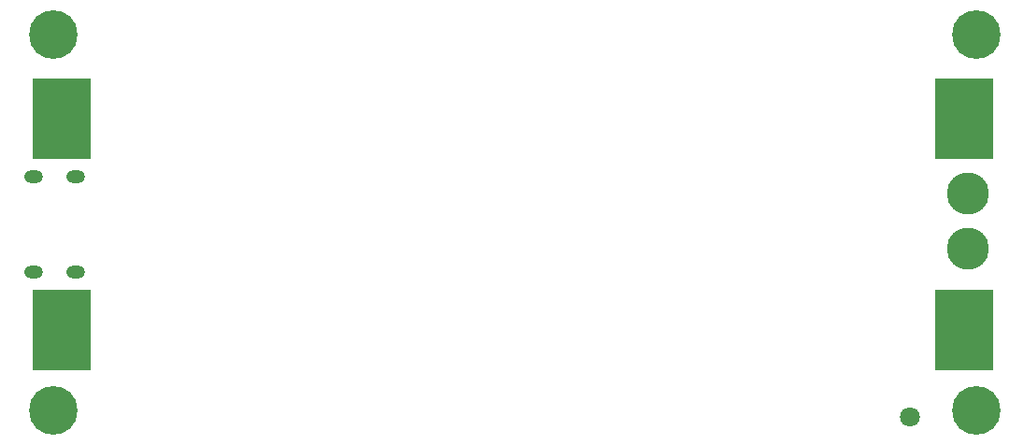
<source format=gbr>
%TF.GenerationSoftware,KiCad,Pcbnew,7.0.5*%
%TF.CreationDate,2024-01-01T11:18:53+08:00*%
%TF.ProjectId,bat_rf,6261745f-7266-42e6-9b69-6361645f7063,rev?*%
%TF.SameCoordinates,Original*%
%TF.FileFunction,Soldermask,Top*%
%TF.FilePolarity,Negative*%
%FSLAX46Y46*%
G04 Gerber Fmt 4.6, Leading zero omitted, Abs format (unit mm)*
G04 Created by KiCad (PCBNEW 7.0.5) date 2024-01-01 11:18:53*
%MOMM*%
%LPD*%
G01*
G04 APERTURE LIST*
%ADD10C,1.800000*%
%ADD11R,5.320000X7.350000*%
%ADD12C,3.800000*%
%ADD13C,4.400000*%
%ADD14O,1.700000X1.200000*%
G04 APERTURE END LIST*
D10*
%TO.C,BT1*%
X123995000Y-89075000D03*
D11*
X47210000Y-62125000D03*
X128920000Y-62125000D03*
X128920000Y-81225000D03*
X47210000Y-81225000D03*
%TD*%
D12*
%TO.C,J4*%
X129265000Y-68875000D03*
X129265000Y-73875000D03*
%TD*%
D13*
%TO.C,H2*%
X130000000Y-54475000D03*
%TD*%
%TO.C,H1*%
X46465000Y-54475000D03*
%TD*%
%TO.C,H3*%
X130000000Y-88475000D03*
%TD*%
%TO.C,H4*%
X46465000Y-88475000D03*
%TD*%
D14*
%TO.C,J1*%
X48500000Y-75995000D03*
X48500000Y-67355000D03*
X44700000Y-75995000D03*
X44700000Y-67355000D03*
%TD*%
M02*

</source>
